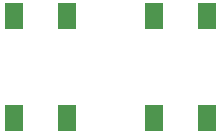
<source format=gbr>
%TF.GenerationSoftware,KiCad,Pcbnew,(6.0.4-0)*%
%TF.CreationDate,2022-07-05T17:28:21+02:00*%
%TF.ProjectId,Button PCB,42757474-6f6e-4205-9043-422e6b696361,rev?*%
%TF.SameCoordinates,Original*%
%TF.FileFunction,Paste,Top*%
%TF.FilePolarity,Positive*%
%FSLAX46Y46*%
G04 Gerber Fmt 4.6, Leading zero omitted, Abs format (unit mm)*
G04 Created by KiCad (PCBNEW (6.0.4-0)) date 2022-07-05 17:28:21*
%MOMM*%
%LPD*%
G01*
G04 APERTURE LIST*
%ADD10R,1.500000X2.200000*%
G04 APERTURE END LIST*
D10*
%TO.C,SW1*%
X140490013Y-97390000D03*
X140490013Y-105990000D03*
X135989886Y-97390000D03*
X135989886Y-105990000D03*
%TD*%
%TO.C,SW2*%
X152310013Y-97390000D03*
X152310013Y-105990000D03*
X147809886Y-97390000D03*
X147809886Y-105990000D03*
%TD*%
M02*

</source>
